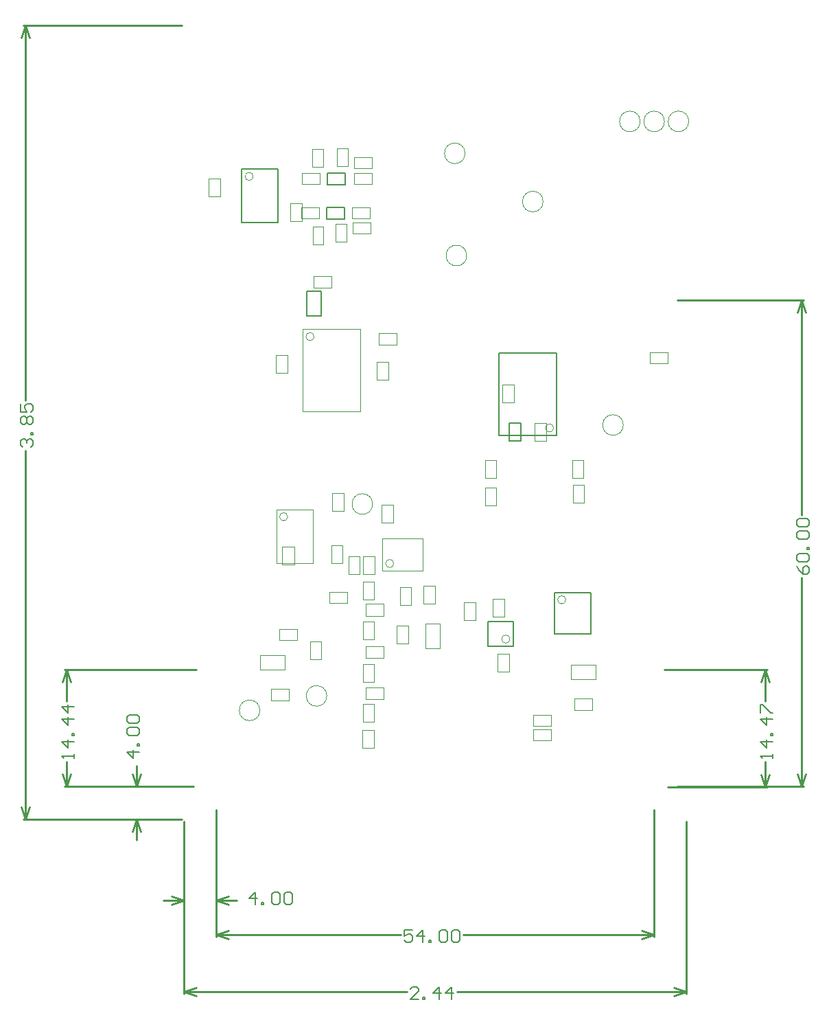
<source format=gbr>
G04 Layer_Color=16711935*
%FSLAX26Y26*%
%MOIN*%
%TF.FileFunction,Other,Mechanical_13*%
%TF.Part,Single*%
G01*
G75*
%TA.AperFunction,NonConductor*%
%ADD55C,0.010000*%
%ADD57C,0.003937*%
%ADD59C,0.005000*%
%ADD92C,0.006000*%
D55*
X-1485110Y-3817553D02*
Y-2980112D01*
X955945Y-3817553D02*
Y-2980112D01*
X-1485110Y-3807553D02*
X-401548D01*
X-159616D02*
X955945D01*
X-1485110D02*
X-1425110Y-3827553D01*
X-1485110Y-3807553D02*
X-1425110Y-3787553D01*
X895945D02*
X955945Y-3807553D01*
X895945Y-3827553D02*
X955945Y-3807553D01*
X-2266000Y881998D02*
X-1495110D01*
X-2266000Y-2970112D02*
X-1495110D01*
X-2256000Y-939091D02*
Y881998D01*
Y-2970112D02*
Y-1181023D01*
X-2276000Y821998D02*
X-2256000Y881998D01*
X-2236000Y821998D01*
X-2256000Y-2970112D02*
X-2236000Y-2910112D01*
X-2276000D02*
X-2256000Y-2970112D01*
X910889Y-2812522D02*
X1524890D01*
X910889Y-450316D02*
X1524890D01*
X1514890Y-2812522D02*
Y-1798375D01*
Y-1496463D02*
Y-450316D01*
Y-2812522D02*
X1534890Y-2752522D01*
X1494890D02*
X1514890Y-2812522D01*
X1494890Y-510316D02*
X1514890Y-450316D01*
X1534890Y-510316D01*
X-1327520Y-3541962D02*
Y-2924947D01*
X798464Y-3541962D02*
Y-2924947D01*
X-1327520Y-3531962D02*
X-431484D01*
X-129572D02*
X798464D01*
X-1327520D02*
X-1267520Y-3551962D01*
X-1327520Y-3531962D02*
X-1267520Y-3511962D01*
X738464D02*
X798464Y-3531962D01*
X738464Y-3551962D02*
X798464Y-3531962D01*
X-1485110Y-3373703D02*
Y-2980112D01*
X-1327520Y-3373703D02*
Y-2924947D01*
Y-3363703D02*
X-1227520D01*
X-1585110D02*
X-1485110D01*
X-1327520D02*
X-1267520Y-3383703D01*
X-1327520Y-3363703D02*
X-1267520Y-3343703D01*
X-1545110D02*
X-1485110Y-3363703D01*
X-1545110Y-3383703D02*
X-1485110Y-3363703D01*
X-1727000Y-2812522D02*
X-1439945D01*
X-1727000Y-2970112D02*
X-1495110D01*
X-1717000Y-3070112D02*
Y-2970112D01*
Y-2812522D02*
Y-2712522D01*
X-1737000Y-3030112D02*
X-1717000Y-2970112D01*
X-1697000Y-3030112D01*
X-1717000Y-2812522D02*
X-1697000Y-2752522D01*
X-1737000D02*
X-1717000Y-2812522D01*
X848464Y-2244018D02*
X1346850D01*
X864409Y-2813703D02*
X1346850D01*
X1336850Y-2398903D02*
Y-2244018D01*
Y-2813703D02*
Y-2690819D01*
X1316850Y-2304018D02*
X1336850Y-2244018D01*
X1356850Y-2304018D01*
X1336850Y-2813703D02*
X1356850Y-2753703D01*
X1316850D02*
X1336850Y-2813703D01*
X-2064882Y-2812522D02*
X-1439945D01*
X-2064882Y-2244018D02*
X-1425532D01*
X-2054882Y-2812522D02*
Y-2690228D01*
Y-2398312D02*
Y-2244018D01*
Y-2812522D02*
X-2034882Y-2752522D01*
X-2074882D02*
X-2054882Y-2812522D01*
X-2074882Y-2304018D02*
X-2054882Y-2244018D01*
X-2034882Y-2304018D01*
D57*
X-981771Y-1502718D02*
G03*
X-981771Y-1502718I-19685J0D01*
G01*
X-853645Y-628632D02*
G03*
X-853645Y-628632I-19685J0D01*
G01*
X97426Y-2096766D02*
G03*
X97426Y-2096766I-19685J0D01*
G01*
X368961Y-1905742D02*
G03*
X368961Y-1905742I-19685J0D01*
G01*
X-1149441Y148943D02*
G03*
X-1149441Y148943I-19685J0D01*
G01*
X309732Y-1071962D02*
G03*
X309732Y-1071962I-19685J0D01*
G01*
X-466338Y-1730057D02*
G03*
X-466338Y-1730057I-19685J0D01*
G01*
X-112000Y-235002D02*
G03*
X-112000Y-235002I-50000J0D01*
G01*
X-569000Y-1441000D02*
G03*
X-569000Y-1441000I-50000J0D01*
G01*
X259000Y26998D02*
G03*
X259000Y26998I-50000J0D01*
G01*
X-791535Y-2372522D02*
G03*
X-791535Y-2372522I-50000J0D01*
G01*
X966575Y415825D02*
G03*
X966575Y415825I-50000J0D01*
G01*
X848465D02*
G03*
X848465Y415825I-50000J0D01*
G01*
X730354D02*
G03*
X730354Y415825I-50000J0D01*
G01*
X-1116535Y-2442522D02*
G03*
X-1116535Y-2442522I-50000J0D01*
G01*
X-120000Y260998D02*
G03*
X-120000Y260998I-50000J0D01*
G01*
X648465Y-1057522D02*
G03*
X648465Y-1057522I-50000J0D01*
G01*
X-616574Y-2303306D02*
X-563426D01*
X-616574Y-2216692D02*
X-563426D01*
X-616574Y-2303306D02*
Y-2216692D01*
X-563426Y-2303306D02*
Y-2216692D01*
X-616574Y-2098306D02*
X-563426D01*
X-616574Y-2011692D02*
X-563426D01*
X-616574Y-2098306D02*
Y-2011692D01*
X-563426Y-2098306D02*
Y-2011692D01*
X-616574Y-2498306D02*
X-563426D01*
X-616574Y-2411692D02*
X-563426D01*
X-616574Y-2498306D02*
Y-2411692D01*
X-563426Y-2498306D02*
Y-2411692D01*
X863308Y-756574D02*
Y-703426D01*
X776692Y-756574D02*
Y-703426D01*
Y-756574D02*
X863308D01*
X776692Y-703426D02*
X863308D01*
X-659308Y165574D02*
X-572692D01*
X-659308Y112426D02*
X-572692D01*
X-659308D02*
Y165574D01*
X-572692Y112426D02*
Y165574D01*
X-659308Y240574D02*
X-572692D01*
X-659308Y187426D02*
X-572692D01*
X-659308D02*
Y240574D01*
X-572692Y187426D02*
Y240574D01*
X-667308Y-1426D02*
X-580692D01*
X-667308Y-54574D02*
X-580692D01*
X-667308D02*
Y-1426D01*
X-580692Y-54574D02*
Y-1426D01*
X210158Y-2519096D02*
Y-2465946D01*
X296772Y-2519096D02*
Y-2465946D01*
X210158D02*
X296772D01*
X210158Y-2519096D02*
X296772D01*
X-434990Y-1930622D02*
X-381842D01*
X-434990Y-1844008D02*
X-381842D01*
X-434990Y-1930622D02*
Y-1844008D01*
X-381842Y-1930622D02*
Y-1844008D01*
X-1040542Y-806308D02*
Y-719694D01*
X-983456Y-806308D02*
Y-719694D01*
X-1040542Y-806308D02*
X-983456D01*
X-1040542Y-719694D02*
X-983456D01*
X-1036888Y-1727126D02*
X-859724D01*
X-1036888Y-1467284D02*
X-859724D01*
Y-1727126D02*
Y-1467284D01*
X-1036888Y-1727126D02*
Y-1467284D01*
X-950457Y-1733308D02*
Y-1646694D01*
X-1007543Y-1733308D02*
Y-1646694D01*
Y-1733308D02*
X-950457D01*
X-1007543Y-1646694D02*
X-950457D01*
X-618544Y-2623306D02*
X-561456D01*
X-618544Y-2536692D02*
X-561456D01*
X-618544Y-2623306D02*
Y-2536692D01*
X-561456Y-2623306D02*
Y-2536692D01*
X-516692Y-2388544D02*
Y-2331456D01*
X-603308Y-2388544D02*
Y-2331456D01*
Y-2388544D02*
X-516692D01*
X-603308Y-2331456D02*
X-516692D01*
Y-2188544D02*
Y-2131456D01*
X-603308Y-2188544D02*
Y-2131456D01*
Y-2188544D02*
X-516692D01*
X-603308Y-2131456D02*
X-516692D01*
X-311156Y-2140978D02*
X-242260D01*
X-311156Y-2022868D02*
X-242260D01*
Y-2140978D02*
Y-2022868D01*
X-311156Y-2140978D02*
Y-2022868D01*
X-1022746Y-2101726D02*
Y-2048576D01*
X-936132Y-2101726D02*
Y-2048576D01*
X-1022746Y-2101726D02*
X-936132D01*
X-1022746Y-2048576D02*
X-936132D01*
X-873110Y-2195828D02*
X-819960D01*
X-873110Y-2109214D02*
X-819960D01*
X-873110Y-2195828D02*
Y-2109214D01*
X-819960Y-2195828D02*
Y-2109214D01*
X-537306Y-667544D02*
Y-610458D01*
X-450692Y-667544D02*
Y-610458D01*
X-537306D02*
X-450692D01*
X-537306Y-667544D02*
X-450692D01*
X-516694Y-1983544D02*
Y-1926456D01*
X-603308Y-1983544D02*
Y-1926456D01*
Y-1983544D02*
X-516694D01*
X-603308Y-1926456D02*
X-516694D01*
X-616960Y-1694008D02*
X-559872D01*
X-616960Y-1780624D02*
X-559872D01*
Y-1694008D01*
X-616960Y-1780624D02*
Y-1694008D01*
X-908764Y-992804D02*
Y-593198D01*
X-629236Y-992804D02*
Y-593198D01*
X-908764D02*
X-629236D01*
X-908764Y-992804D02*
X-629236D01*
X296770Y-2589098D02*
Y-2535948D01*
X210156Y-2589098D02*
Y-2535948D01*
Y-2589098D02*
X296770D01*
X210156Y-2535948D02*
X296770D01*
X-616574Y-1903306D02*
X-563424D01*
X-616574Y-1816692D02*
X-563424D01*
X-616574Y-1903306D02*
Y-1816692D01*
X-563424Y-1903306D02*
Y-1816692D01*
X-768573Y-1727306D02*
X-715425D01*
X-768573Y-1640692D02*
X-715425D01*
X-768573Y-1727306D02*
Y-1640692D01*
X-715425Y-1727306D02*
Y-1640692D01*
X-691694Y-1921574D02*
Y-1868424D01*
X-778308Y-1921574D02*
Y-1868424D01*
Y-1921574D02*
X-691694D01*
X-778308Y-1868424D02*
X-691694D01*
X-684990Y-1780622D02*
X-631842D01*
X-684990Y-1694008D02*
X-631842D01*
X-684990Y-1780622D02*
Y-1694008D01*
X-631842Y-1780622D02*
Y-1694008D01*
X-826692Y113424D02*
Y166574D01*
X-913306Y113424D02*
Y166574D01*
Y113424D02*
X-826692D01*
X-913306Y166574D02*
X-826692D01*
X-743574Y284308D02*
X-690424D01*
X-743574Y197694D02*
X-690424D01*
Y284308D01*
X-743574Y197694D02*
Y284308D01*
X-747574Y-169308D02*
X-694424D01*
X-747574Y-82694D02*
X-694424D01*
X-747574Y-169308D02*
Y-82694D01*
X-694424Y-169308D02*
Y-82694D01*
X-914306Y-55592D02*
Y-2442D01*
X-827692Y-55592D02*
Y-2442D01*
X-914306D02*
X-827692D01*
X-914306Y-55592D02*
X-827692D01*
X-860574Y-94694D02*
X-807424D01*
X-860574Y-181308D02*
X-807424D01*
Y-94694D01*
X-860574Y-181308D02*
Y-94694D01*
X-579692Y-127574D02*
Y-74424D01*
X-666306Y-127574D02*
Y-74424D01*
Y-127574D02*
X-579692D01*
X-666306Y-74424D02*
X-579692D01*
X-863574Y282308D02*
X-810424D01*
X-863574Y195694D02*
X-810424D01*
Y282308D01*
X-863574Y195694D02*
Y282308D01*
X31270Y-1313512D02*
Y-1226898D01*
X-21880Y-1313512D02*
Y-1226898D01*
X31270D01*
X-21880Y-1313512D02*
X31270D01*
X453270D02*
Y-1226898D01*
X400120Y-1313512D02*
Y-1226898D01*
X453270D01*
X400120Y-1313512D02*
X453270D01*
X456270Y-1435512D02*
Y-1348898D01*
X403120Y-1435512D02*
Y-1348898D01*
X456270D01*
X403120Y-1435512D02*
X456270D01*
X31270Y-1447512D02*
Y-1360898D01*
X-21880Y-1447512D02*
Y-1360898D01*
X31270D01*
X-21880Y-1447512D02*
X31270D01*
X-707459Y-1474307D02*
Y-1387693D01*
X-764545Y-1474307D02*
Y-1387693D01*
X-707459D01*
X-764545Y-1474307D02*
X-707459D01*
X-469872Y-1530622D02*
Y-1444008D01*
X-526960Y-1530622D02*
Y-1444008D01*
X-469872D01*
X-526960Y-1530622D02*
X-469872D01*
X-321960Y-1923420D02*
Y-1836804D01*
X-264872Y-1923420D02*
Y-1836804D01*
X-321960Y-1923420D02*
X-264872D01*
X-321960Y-1836804D02*
X-264872D01*
X62172Y-946900D02*
Y-860286D01*
X119260Y-946900D02*
Y-860286D01*
X62172D02*
X119260D01*
X62172Y-946900D02*
X119260D01*
X275126Y-1135468D02*
Y-1048852D01*
X218038Y-1135468D02*
Y-1048852D01*
Y-1135468D02*
X275126D01*
X218038Y-1048852D02*
X275126D01*
X-911456Y-67308D02*
Y19306D01*
X-968544Y-67308D02*
Y19306D01*
Y-67308D02*
X-911456D01*
X-968544Y19306D02*
X-911456D01*
X-1309456Y52486D02*
Y139100D01*
X-1366544Y52486D02*
Y139100D01*
X-1309456D01*
X-1366544Y52486D02*
X-1309456D01*
X-854306Y-392544D02*
X-767692D01*
X-854306Y-335458D02*
X-767692D01*
Y-392544D02*
Y-335458D01*
X-854306Y-392544D02*
Y-335458D01*
X-550542Y-838308D02*
Y-751694D01*
X-493456Y-838308D02*
Y-751694D01*
X-550542Y-838308D02*
X-493456D01*
X-550542Y-751694D02*
X-493456D01*
X-394762Y-2117512D02*
Y-2030898D01*
X-451850Y-2117512D02*
Y-2030898D01*
X-394762D01*
X-451850Y-2117512D02*
X-394762D01*
X-67762Y-2004718D02*
Y-1918104D01*
X-124850Y-2004718D02*
Y-1918104D01*
X-67762D01*
X-124850Y-2004718D02*
X-67762D01*
X15152Y-1987512D02*
Y-1900898D01*
X72238Y-1987512D02*
Y-1900898D01*
X15152D02*
X72238D01*
X15152Y-1987512D02*
X72238D01*
X36458Y-2253308D02*
Y-2166694D01*
X93546Y-2253308D02*
Y-2166694D01*
X36458Y-2253308D02*
X93546D01*
X36458Y-2166694D02*
X93546D01*
X-521456Y-1765490D02*
X-324604D01*
X-521456Y-1608008D02*
X-324604D01*
X-521456Y-1765490D02*
Y-1608008D01*
X-324604Y-1765490D02*
Y-1608008D01*
X-996684Y-2244490D02*
Y-2175592D01*
X-1114794Y-2244490D02*
Y-2175592D01*
Y-2244490D02*
X-996684D01*
X-1114794Y-2175592D02*
X-996684D01*
X-1062748Y-2336608D02*
X-976134D01*
X-1062748Y-2393694D02*
X-976134D01*
Y-2336608D01*
X-1062748Y-2393694D02*
Y-2336608D01*
X393426Y-2291972D02*
Y-2223074D01*
X513504Y-2291972D02*
Y-2223074D01*
X393426Y-2291972D02*
X513504D01*
X393426Y-2223074D02*
X513504D01*
X410158Y-2441064D02*
Y-2383978D01*
X496772Y-2441064D02*
Y-2383978D01*
X410158D02*
X496772D01*
X410158Y-2441064D02*
X496772D01*
D59*
X-887448Y-528042D02*
X-818550D01*
X-887448Y-407962D02*
X-818550D01*
Y-528042D02*
Y-407962D01*
X-887448Y-528042D02*
Y-407962D01*
X-8872Y-2010150D02*
X113174D01*
X-8872Y-2132198D02*
X113174D01*
X-8872D02*
Y-2010150D01*
X113174Y-2132198D02*
Y-2010150D01*
X313844Y-2071096D02*
X491010D01*
X313844Y-1870308D02*
X491010D01*
Y-2071096D02*
Y-1870308D01*
X313844Y-2071096D02*
Y-1870308D01*
X-1204558Y-75466D02*
X-1027394D01*
X-1204558Y184376D02*
X-1027394D01*
Y-75466D02*
Y184376D01*
X-1204558Y-75466D02*
Y184376D01*
X325480Y-1107396D02*
Y-707790D01*
X45952Y-1107396D02*
Y-707790D01*
Y-1107396D02*
X325480D01*
X45952Y-707790D02*
X325480D01*
X-705694Y-57544D02*
Y-458D01*
X-792308Y-57544D02*
Y-458D01*
Y-57544D02*
X-705694D01*
X-792308Y-458D02*
X-705694D01*
X-700694Y109458D02*
Y166544D01*
X-787308Y109458D02*
Y166544D01*
Y109458D02*
X-700694D01*
X-787308Y166544D02*
X-700694D01*
X93038Y-1048854D02*
X150126D01*
X93038Y-1135468D02*
X150126D01*
X93038D02*
Y-1048854D01*
X150126Y-1135468D02*
Y-1048854D01*
D92*
X-345561Y-3843543D02*
X-385548D01*
X-345561Y-3803556D01*
Y-3793559D01*
X-355558Y-3783563D01*
X-375552D01*
X-385548Y-3793559D01*
X-325568Y-3843543D02*
Y-3833546D01*
X-315571D01*
Y-3843543D01*
X-325568D01*
X-245594D02*
Y-3783563D01*
X-275584Y-3813553D01*
X-235597D01*
X-185613Y-3843543D02*
Y-3783563D01*
X-215603Y-3813553D01*
X-175616D01*
X-2269993Y-1165023D02*
X-2279990Y-1155026D01*
Y-1135033D01*
X-2269993Y-1125036D01*
X-2259997D01*
X-2250000Y-1135033D01*
Y-1145030D01*
Y-1135033D01*
X-2240003Y-1125036D01*
X-2230006D01*
X-2220010Y-1135033D01*
Y-1155026D01*
X-2230006Y-1165023D01*
X-2220010Y-1105042D02*
X-2230006D01*
Y-1095046D01*
X-2220010D01*
Y-1105042D01*
X-2269993Y-1055059D02*
X-2279990Y-1045062D01*
Y-1025068D01*
X-2269993Y-1015072D01*
X-2259997D01*
X-2250000Y-1025068D01*
X-2240003Y-1015072D01*
X-2230006D01*
X-2220010Y-1025068D01*
Y-1045062D01*
X-2230006Y-1055059D01*
X-2240003D01*
X-2250000Y-1045062D01*
X-2259997Y-1055059D01*
X-2269993D01*
X-2250000Y-1045062D02*
Y-1025068D01*
X-2279990Y-955091D02*
Y-995078D01*
X-2250000D01*
X-2259997Y-975085D01*
Y-965088D01*
X-2250000Y-955091D01*
X-2230006D01*
X-2220010Y-965088D01*
Y-985081D01*
X-2230006Y-995078D01*
X1490900Y-1742388D02*
X1500897Y-1762382D01*
X1520890Y-1782375D01*
X1540883D01*
X1550880Y-1772379D01*
Y-1752385D01*
X1540883Y-1742388D01*
X1530887D01*
X1520890Y-1752385D01*
Y-1782375D01*
X1500897Y-1722395D02*
X1490900Y-1712398D01*
Y-1692405D01*
X1500897Y-1682408D01*
X1540883D01*
X1550880Y-1692405D01*
Y-1712398D01*
X1540883Y-1722395D01*
X1500897D01*
X1550880Y-1662414D02*
X1540883D01*
Y-1652417D01*
X1550880D01*
Y-1662414D01*
X1500897Y-1612430D02*
X1490900Y-1602434D01*
Y-1582440D01*
X1500897Y-1572443D01*
X1540883D01*
X1550880Y-1582440D01*
Y-1602434D01*
X1540883Y-1612430D01*
X1500897D01*
Y-1552450D02*
X1490900Y-1542453D01*
Y-1522459D01*
X1500897Y-1512463D01*
X1540883D01*
X1550880Y-1522459D01*
Y-1542453D01*
X1540883Y-1552450D01*
X1500897D01*
X-375497Y-3507972D02*
X-415484D01*
Y-3537962D01*
X-395491Y-3527966D01*
X-385494D01*
X-375497Y-3537962D01*
Y-3557956D01*
X-385494Y-3567953D01*
X-405488D01*
X-415484Y-3557956D01*
X-325514Y-3567953D02*
Y-3507972D01*
X-355504Y-3537962D01*
X-315517D01*
X-295523Y-3567953D02*
Y-3557956D01*
X-285526D01*
Y-3567953D01*
X-295523D01*
X-245539Y-3517969D02*
X-235543Y-3507972D01*
X-215549D01*
X-205552Y-3517969D01*
Y-3557956D01*
X-215549Y-3567953D01*
X-235543D01*
X-245539Y-3557956D01*
Y-3517969D01*
X-185559D02*
X-175562Y-3507972D01*
X-155569D01*
X-145572Y-3517969D01*
Y-3557956D01*
X-155569Y-3567953D01*
X-175562D01*
X-185559Y-3557956D01*
Y-3517969D01*
X-1140049Y-3383388D02*
Y-3323407D01*
X-1170040Y-3353398D01*
X-1130053D01*
X-1110059Y-3383388D02*
Y-3373391D01*
X-1100062D01*
Y-3383388D01*
X-1110059D01*
X-1060075Y-3333404D02*
X-1050079Y-3323407D01*
X-1030085D01*
X-1020088Y-3333404D01*
Y-3373391D01*
X-1030085Y-3383388D01*
X-1050079D01*
X-1060075Y-3373391D01*
Y-3333404D01*
X-1000095D02*
X-990098Y-3323407D01*
X-970104D01*
X-960108Y-3333404D01*
Y-3373391D01*
X-970104Y-3383388D01*
X-990098D01*
X-1000095Y-3373391D01*
Y-3333404D01*
X-1701536Y-2644736D02*
X-1761516D01*
X-1731526Y-2674727D01*
Y-2634740D01*
X-1701536Y-2614746D02*
X-1711533D01*
Y-2604749D01*
X-1701536D01*
Y-2614746D01*
X-1751520Y-2564762D02*
X-1761516Y-2554765D01*
Y-2534772D01*
X-1751520Y-2524775D01*
X-1711533D01*
X-1701536Y-2534772D01*
Y-2554765D01*
X-1711533Y-2564762D01*
X-1751520D01*
Y-2504782D02*
X-1761516Y-2494785D01*
Y-2474791D01*
X-1751520Y-2464795D01*
X-1711533D01*
X-1701536Y-2474791D01*
Y-2494785D01*
X-1711533Y-2504782D01*
X-1751520D01*
X1372840Y-2674819D02*
Y-2654825D01*
Y-2664822D01*
X1312860D01*
X1322857Y-2674819D01*
X1372840Y-2594845D02*
X1312860D01*
X1342850Y-2624835D01*
Y-2584848D01*
X1372840Y-2564854D02*
X1362844D01*
Y-2554857D01*
X1372840D01*
Y-2564854D01*
Y-2484880D02*
X1312860D01*
X1342850Y-2514870D01*
Y-2474883D01*
X1312860Y-2454890D02*
Y-2414903D01*
X1322857D01*
X1362844Y-2454890D01*
X1372840D01*
X-2018892Y-2674228D02*
Y-2654235D01*
Y-2664231D01*
X-2078873D01*
X-2068876Y-2674228D01*
X-2018892Y-2594254D02*
X-2078873D01*
X-2048882Y-2624244D01*
Y-2584257D01*
X-2018892Y-2564264D02*
X-2028889D01*
Y-2554267D01*
X-2018892D01*
Y-2564264D01*
Y-2484289D02*
X-2078873D01*
X-2048882Y-2514280D01*
Y-2474293D01*
X-2018892Y-2424309D02*
X-2078873D01*
X-2048882Y-2454299D01*
Y-2414312D01*
%TF.MD5,bffa13a15b13dba7cf5cb18cc4578f3b*%
M02*

</source>
